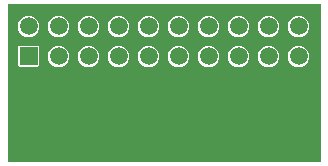
<source format=gbl>
G04*
G04 #@! TF.GenerationSoftware,Altium Limited,Altium Designer,23.3.1 (30)*
G04*
G04 Layer_Physical_Order=2*
G04 Layer_Color=16711680*
%FSLAX43Y43*%
%MOMM*%
G71*
G04*
G04 #@! TF.SameCoordinates,EF6148DA-A470-40B2-B036-D2E06F8B8601*
G04*
G04*
G04 #@! TF.FilePolarity,Positive*
G04*
G01*
G75*
%ADD19R,1.500X1.500*%
%ADD20C,1.500*%
G36*
X26769Y282D02*
X282D01*
Y13688D01*
X26769D01*
Y282D01*
D02*
G37*
%LPC*%
G36*
X24897Y12684D02*
X24662Y12653D01*
X24443Y12562D01*
X24255Y12418D01*
X24111Y12230D01*
X24020Y12011D01*
X23989Y11776D01*
X24020Y11541D01*
X24111Y11322D01*
X24255Y11134D01*
X24443Y10990D01*
X24662Y10899D01*
X24897Y10868D01*
X25132Y10899D01*
X25351Y10990D01*
X25539Y11134D01*
X25683Y11322D01*
X25774Y11541D01*
X25805Y11776D01*
X25774Y12011D01*
X25683Y12230D01*
X25539Y12418D01*
X25351Y12562D01*
X25132Y12653D01*
X24897Y12684D01*
D02*
G37*
G36*
X22357D02*
X22122Y12653D01*
X21903Y12562D01*
X21715Y12418D01*
X21571Y12230D01*
X21480Y12011D01*
X21449Y11776D01*
X21480Y11541D01*
X21571Y11322D01*
X21715Y11134D01*
X21903Y10990D01*
X22122Y10899D01*
X22357Y10868D01*
X22592Y10899D01*
X22811Y10990D01*
X22999Y11134D01*
X23143Y11322D01*
X23234Y11541D01*
X23265Y11776D01*
X23234Y12011D01*
X23143Y12230D01*
X22999Y12418D01*
X22811Y12562D01*
X22592Y12653D01*
X22357Y12684D01*
D02*
G37*
G36*
X19817D02*
X19582Y12653D01*
X19363Y12562D01*
X19175Y12418D01*
X19031Y12230D01*
X18940Y12011D01*
X18909Y11776D01*
X18940Y11541D01*
X19031Y11322D01*
X19175Y11134D01*
X19363Y10990D01*
X19582Y10899D01*
X19817Y10868D01*
X20052Y10899D01*
X20271Y10990D01*
X20459Y11134D01*
X20603Y11322D01*
X20694Y11541D01*
X20725Y11776D01*
X20694Y12011D01*
X20603Y12230D01*
X20459Y12418D01*
X20271Y12562D01*
X20052Y12653D01*
X19817Y12684D01*
D02*
G37*
G36*
X17277D02*
X17042Y12653D01*
X16823Y12562D01*
X16635Y12418D01*
X16491Y12230D01*
X16400Y12011D01*
X16369Y11776D01*
X16400Y11541D01*
X16491Y11322D01*
X16635Y11134D01*
X16823Y10990D01*
X17042Y10899D01*
X17277Y10868D01*
X17512Y10899D01*
X17731Y10990D01*
X17919Y11134D01*
X18063Y11322D01*
X18154Y11541D01*
X18185Y11776D01*
X18154Y12011D01*
X18063Y12230D01*
X17919Y12418D01*
X17731Y12562D01*
X17512Y12653D01*
X17277Y12684D01*
D02*
G37*
G36*
X14737D02*
X14502Y12653D01*
X14283Y12562D01*
X14095Y12418D01*
X13951Y12230D01*
X13860Y12011D01*
X13829Y11776D01*
X13860Y11541D01*
X13951Y11322D01*
X14095Y11134D01*
X14283Y10990D01*
X14502Y10899D01*
X14737Y10868D01*
X14972Y10899D01*
X15191Y10990D01*
X15379Y11134D01*
X15523Y11322D01*
X15614Y11541D01*
X15645Y11776D01*
X15614Y12011D01*
X15523Y12230D01*
X15379Y12418D01*
X15191Y12562D01*
X14972Y12653D01*
X14737Y12684D01*
D02*
G37*
G36*
X12197D02*
X11962Y12653D01*
X11743Y12562D01*
X11555Y12418D01*
X11411Y12230D01*
X11320Y12011D01*
X11289Y11776D01*
X11320Y11541D01*
X11411Y11322D01*
X11555Y11134D01*
X11743Y10990D01*
X11962Y10899D01*
X12197Y10868D01*
X12432Y10899D01*
X12651Y10990D01*
X12839Y11134D01*
X12983Y11322D01*
X13074Y11541D01*
X13105Y11776D01*
X13074Y12011D01*
X12983Y12230D01*
X12839Y12418D01*
X12651Y12562D01*
X12432Y12653D01*
X12197Y12684D01*
D02*
G37*
G36*
X9657D02*
X9422Y12653D01*
X9203Y12562D01*
X9015Y12418D01*
X8871Y12230D01*
X8780Y12011D01*
X8749Y11776D01*
X8780Y11541D01*
X8871Y11322D01*
X9015Y11134D01*
X9203Y10990D01*
X9422Y10899D01*
X9657Y10868D01*
X9892Y10899D01*
X10111Y10990D01*
X10299Y11134D01*
X10443Y11322D01*
X10534Y11541D01*
X10565Y11776D01*
X10534Y12011D01*
X10443Y12230D01*
X10299Y12418D01*
X10111Y12562D01*
X9892Y12653D01*
X9657Y12684D01*
D02*
G37*
G36*
X7117D02*
X6882Y12653D01*
X6663Y12562D01*
X6475Y12418D01*
X6331Y12230D01*
X6240Y12011D01*
X6209Y11776D01*
X6240Y11541D01*
X6331Y11322D01*
X6475Y11134D01*
X6663Y10990D01*
X6882Y10899D01*
X7117Y10868D01*
X7352Y10899D01*
X7571Y10990D01*
X7759Y11134D01*
X7903Y11322D01*
X7994Y11541D01*
X8025Y11776D01*
X7994Y12011D01*
X7903Y12230D01*
X7759Y12418D01*
X7571Y12562D01*
X7352Y12653D01*
X7117Y12684D01*
D02*
G37*
G36*
X4577D02*
X4342Y12653D01*
X4123Y12562D01*
X3935Y12418D01*
X3791Y12230D01*
X3700Y12011D01*
X3669Y11776D01*
X3700Y11541D01*
X3791Y11322D01*
X3935Y11134D01*
X4123Y10990D01*
X4342Y10899D01*
X4577Y10868D01*
X4812Y10899D01*
X5031Y10990D01*
X5219Y11134D01*
X5363Y11322D01*
X5454Y11541D01*
X5485Y11776D01*
X5454Y12011D01*
X5363Y12230D01*
X5219Y12418D01*
X5031Y12562D01*
X4812Y12653D01*
X4577Y12684D01*
D02*
G37*
G36*
X2037D02*
X1802Y12653D01*
X1583Y12562D01*
X1395Y12418D01*
X1251Y12230D01*
X1160Y12011D01*
X1129Y11776D01*
X1160Y11541D01*
X1251Y11322D01*
X1395Y11134D01*
X1583Y10990D01*
X1802Y10899D01*
X2037Y10868D01*
X2272Y10899D01*
X2491Y10990D01*
X2679Y11134D01*
X2823Y11322D01*
X2914Y11541D01*
X2945Y11776D01*
X2914Y12011D01*
X2823Y12230D01*
X2679Y12418D01*
X2491Y12562D01*
X2272Y12653D01*
X2037Y12684D01*
D02*
G37*
G36*
X24897Y10144D02*
X24662Y10113D01*
X24443Y10022D01*
X24255Y9878D01*
X24111Y9690D01*
X24020Y9471D01*
X23989Y9236D01*
X24020Y9001D01*
X24111Y8782D01*
X24255Y8594D01*
X24443Y8450D01*
X24662Y8359D01*
X24897Y8328D01*
X25132Y8359D01*
X25351Y8450D01*
X25539Y8594D01*
X25683Y8782D01*
X25774Y9001D01*
X25805Y9236D01*
X25774Y9471D01*
X25683Y9690D01*
X25539Y9878D01*
X25351Y10022D01*
X25132Y10113D01*
X24897Y10144D01*
D02*
G37*
G36*
X22357D02*
X22122Y10113D01*
X21903Y10022D01*
X21715Y9878D01*
X21571Y9690D01*
X21480Y9471D01*
X21449Y9236D01*
X21480Y9001D01*
X21571Y8782D01*
X21715Y8594D01*
X21903Y8450D01*
X22122Y8359D01*
X22357Y8328D01*
X22592Y8359D01*
X22811Y8450D01*
X22999Y8594D01*
X23143Y8782D01*
X23234Y9001D01*
X23265Y9236D01*
X23234Y9471D01*
X23143Y9690D01*
X22999Y9878D01*
X22811Y10022D01*
X22592Y10113D01*
X22357Y10144D01*
D02*
G37*
G36*
X19817D02*
X19582Y10113D01*
X19363Y10022D01*
X19175Y9878D01*
X19031Y9690D01*
X18940Y9471D01*
X18909Y9236D01*
X18940Y9001D01*
X19031Y8782D01*
X19175Y8594D01*
X19363Y8450D01*
X19582Y8359D01*
X19817Y8328D01*
X20052Y8359D01*
X20271Y8450D01*
X20459Y8594D01*
X20603Y8782D01*
X20694Y9001D01*
X20725Y9236D01*
X20694Y9471D01*
X20603Y9690D01*
X20459Y9878D01*
X20271Y10022D01*
X20052Y10113D01*
X19817Y10144D01*
D02*
G37*
G36*
X17277D02*
X17042Y10113D01*
X16823Y10022D01*
X16635Y9878D01*
X16491Y9690D01*
X16400Y9471D01*
X16369Y9236D01*
X16400Y9001D01*
X16491Y8782D01*
X16635Y8594D01*
X16823Y8450D01*
X17042Y8359D01*
X17277Y8328D01*
X17512Y8359D01*
X17731Y8450D01*
X17919Y8594D01*
X18063Y8782D01*
X18154Y9001D01*
X18185Y9236D01*
X18154Y9471D01*
X18063Y9690D01*
X17919Y9878D01*
X17731Y10022D01*
X17512Y10113D01*
X17277Y10144D01*
D02*
G37*
G36*
X14737D02*
X14502Y10113D01*
X14283Y10022D01*
X14095Y9878D01*
X13951Y9690D01*
X13860Y9471D01*
X13829Y9236D01*
X13860Y9001D01*
X13951Y8782D01*
X14095Y8594D01*
X14283Y8450D01*
X14502Y8359D01*
X14737Y8328D01*
X14972Y8359D01*
X15191Y8450D01*
X15379Y8594D01*
X15523Y8782D01*
X15614Y9001D01*
X15645Y9236D01*
X15614Y9471D01*
X15523Y9690D01*
X15379Y9878D01*
X15191Y10022D01*
X14972Y10113D01*
X14737Y10144D01*
D02*
G37*
G36*
X12197D02*
X11962Y10113D01*
X11743Y10022D01*
X11555Y9878D01*
X11411Y9690D01*
X11320Y9471D01*
X11289Y9236D01*
X11320Y9001D01*
X11411Y8782D01*
X11555Y8594D01*
X11743Y8450D01*
X11962Y8359D01*
X12197Y8328D01*
X12432Y8359D01*
X12651Y8450D01*
X12839Y8594D01*
X12983Y8782D01*
X13074Y9001D01*
X13105Y9236D01*
X13074Y9471D01*
X12983Y9690D01*
X12839Y9878D01*
X12651Y10022D01*
X12432Y10113D01*
X12197Y10144D01*
D02*
G37*
G36*
X9657D02*
X9422Y10113D01*
X9203Y10022D01*
X9015Y9878D01*
X8871Y9690D01*
X8780Y9471D01*
X8749Y9236D01*
X8780Y9001D01*
X8871Y8782D01*
X9015Y8594D01*
X9203Y8450D01*
X9422Y8359D01*
X9657Y8328D01*
X9892Y8359D01*
X10111Y8450D01*
X10299Y8594D01*
X10443Y8782D01*
X10534Y9001D01*
X10565Y9236D01*
X10534Y9471D01*
X10443Y9690D01*
X10299Y9878D01*
X10111Y10022D01*
X9892Y10113D01*
X9657Y10144D01*
D02*
G37*
G36*
X7117D02*
X6882Y10113D01*
X6663Y10022D01*
X6475Y9878D01*
X6331Y9690D01*
X6240Y9471D01*
X6209Y9236D01*
X6240Y9001D01*
X6331Y8782D01*
X6475Y8594D01*
X6663Y8450D01*
X6882Y8359D01*
X7117Y8328D01*
X7352Y8359D01*
X7571Y8450D01*
X7759Y8594D01*
X7903Y8782D01*
X7994Y9001D01*
X8025Y9236D01*
X7994Y9471D01*
X7903Y9690D01*
X7759Y9878D01*
X7571Y10022D01*
X7352Y10113D01*
X7117Y10144D01*
D02*
G37*
G36*
X4577D02*
X4342Y10113D01*
X4123Y10022D01*
X3935Y9878D01*
X3791Y9690D01*
X3700Y9471D01*
X3669Y9236D01*
X3700Y9001D01*
X3791Y8782D01*
X3935Y8594D01*
X4123Y8450D01*
X4342Y8359D01*
X4577Y8328D01*
X4812Y8359D01*
X5031Y8450D01*
X5219Y8594D01*
X5363Y8782D01*
X5454Y9001D01*
X5485Y9236D01*
X5454Y9471D01*
X5363Y9690D01*
X5219Y9878D01*
X5031Y10022D01*
X4812Y10113D01*
X4577Y10144D01*
D02*
G37*
G36*
X2787Y10148D02*
X1287D01*
X1172Y10101D01*
X1125Y9986D01*
Y8486D01*
X1172Y8371D01*
X1287Y8324D01*
X2787D01*
X2902Y8371D01*
X2949Y8486D01*
Y9986D01*
X2902Y10101D01*
X2787Y10148D01*
D02*
G37*
%LPD*%
D19*
X2037Y9236D02*
D03*
D20*
Y11776D02*
D03*
X4577Y9236D02*
D03*
Y11776D02*
D03*
X7117Y9236D02*
D03*
Y11776D02*
D03*
X9657Y9236D02*
D03*
Y11776D02*
D03*
X12197Y9236D02*
D03*
Y11776D02*
D03*
X14737Y9236D02*
D03*
Y11776D02*
D03*
X17277Y9236D02*
D03*
Y11776D02*
D03*
X19817Y9236D02*
D03*
Y11776D02*
D03*
X22357Y9236D02*
D03*
Y11776D02*
D03*
X24897Y9236D02*
D03*
Y11776D02*
D03*
M02*

</source>
